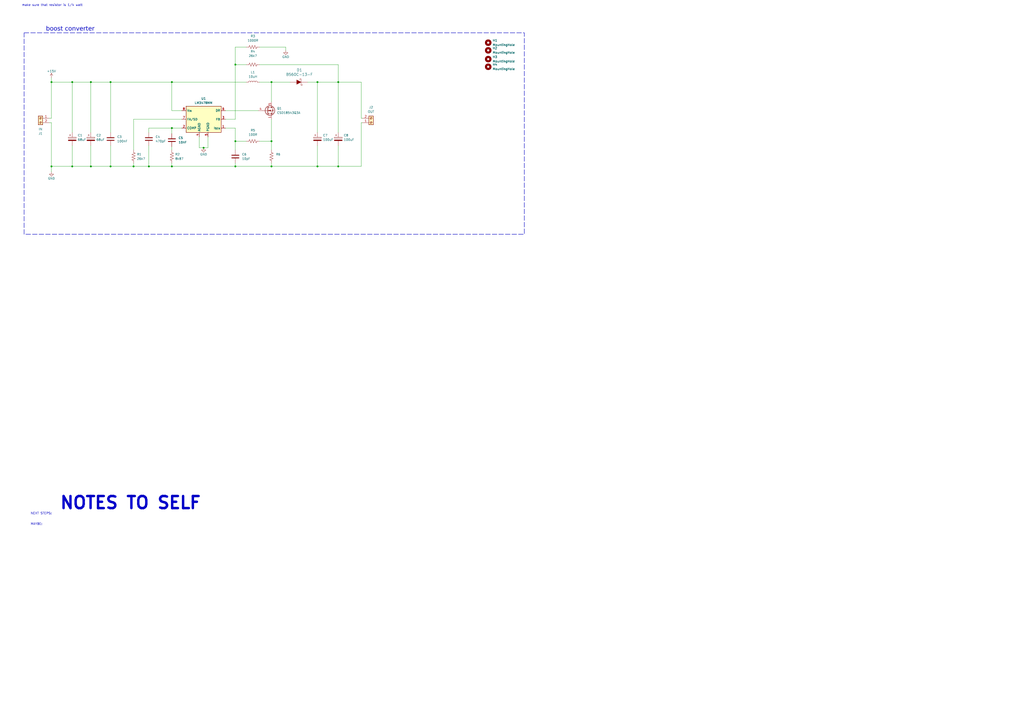
<source format=kicad_sch>
(kicad_sch (version 20230121) (generator eeschema)
  (paper "A2")
  (title_block (title "LINE 3.0 PCB") (date "2023-09-02") (rev "3.0") (company "Team Silverback"))
  (lib_symbols
    (symbol "Connector:Screw_Terminal_01x02" (pin_names (offset 1.016) hide)
      (property "Reference" "J" (at 0 2.54 0))
      (property "Value" "Screw_Terminal_01x02" (at 0 -5.08 0))
      (symbol "Screw_Terminal_01x02_1_1"
        (rectangle (start -1.27 1.27) (end 1.27 -3.81) (stroke (width 0.254)) (fill (type background)))
        (circle (center 0 -2.54) (radius 0.635) (stroke (width 0.1524)))
        (polyline (pts (xy -0.5334 -2.2098) (xy 0.3302 -3.048)) (stroke (width 0.1524)))
        (polyline (pts (xy -0.5334 0.3302) (xy 0.3302 -0.508)) (stroke (width 0.1524)))
        (polyline (pts (xy -0.3556 -2.032) (xy 0.508 -2.8702)) (stroke (width 0.1524)))
        (polyline (pts (xy -0.3556 0.508) (xy 0.508 -0.3302)) (stroke (width 0.1524)))
        (circle (center 0 0) (radius 0.635) (stroke (width 0.1524)))
        (pin passive line (at -5.08 0 0) (length 3.81) (name "Pin_1") (number "1"))
        (pin passive line (at -5.08 -2.54 0) (length 3.81) (name "Pin_2") (number "2"))
      )
    )
    (symbol "Device:C" (pin_numbers hide) (pin_names (offset 0.254))
      (property "Reference" "C" (at 0.635 2.54 0))
      (property "Value" "C" (at 0.635 -2.54 0))
      (symbol "C_0_1"
        (polyline (pts (xy -2.032 -0.762) (xy 2.032 -0.762)) (stroke (width 0.508)))
        (polyline (pts (xy -2.032 0.762) (xy 2.032 0.762)) (stroke (width 0.508)))
      )
      (symbol "C_1_1"
        (pin passive line (at 0 3.81 270) (length 2.794) (name "~") (number "1"))
        (pin passive line (at 0 -3.81 90) (length 2.794) (name "~") (number "2"))
      )
    )
    (symbol "Device:C_Polarized" (pin_numbers hide) (pin_names (offset 0.254))
      (property "Reference" "C" (at 0.635 2.54 0))
      (property "Value" "C_Polarized" (at 0.635 -2.54 0))
      (symbol "C_Polarized_0_1"
        (rectangle (start -2.286 0.508) (end 2.286 1.016))
        (polyline (pts (xy -1.778 2.286) (xy -0.762 2.286)))
        (polyline (pts (xy -1.27 2.794) (xy -1.27 1.778)))
        (rectangle (start 2.286 -0.508) (end -2.286 -1.016) (fill (type outline)))
      )
      (symbol "C_Polarized_1_1"
        (pin passive line (at 0 3.81 270) (length 2.794) (name "~") (number "1"))
        (pin passive line (at 0 -3.81 90) (length 2.794) (name "~") (number "2"))
      )
    )
    (symbol "Device:L" (pin_numbers hide) (pin_names (offset 1.016) hide)
      (property "Reference" "L" (at -1.27 0 90))
      (property "Value" "L" (at 1.905 0 90))
      (symbol "L_0_1"
        (arc (start 0 -2.54) (mid 0.6323 -1.905) (end 0 -1.27))
        (arc (start 0 -1.27) (mid 0.6323 -0.635) (end 0 0))
        (arc (start 0 0) (mid 0.6323 0.635) (end 0 1.27))
        (arc (start 0 1.27) (mid 0.6323 1.905) (end 0 2.54))
      )
      (symbol "L_1_1"
        (pin passive line (at 0 3.81 270) (length 1.27) (name "1") (number "1"))
        (pin passive line (at 0 -3.81 90) (length 1.27) (name "2") (number "2"))
      )
    )
    (symbol "Device:R_US" (pin_numbers hide) (pin_names (offset 0))
      (property "Reference" "R" (at 2.54 0 90))
      (property "Value" "R_US" (at -2.54 0 90))
      (symbol "R_US_0_1"
        (polyline (pts (xy 0 -2.286) (xy 0 -2.54)))
        (polyline (pts (xy 0 2.286) (xy 0 2.54)))
        (polyline (pts (xy 0 -0.762) (xy 1.016 -1.143) (xy 0 -1.524) (xy -1.016 -1.905) (xy 0 -2.286)))
        (polyline (pts (xy 0 0.762) (xy 1.016 0.381) (xy 0 0) (xy -1.016 -0.381) (xy 0 -0.762)))
        (polyline (pts (xy 0 2.286) (xy 1.016 1.905) (xy 0 1.524) (xy -1.016 1.143) (xy 0 0.762)))
      )
      (symbol "R_US_1_1"
        (pin passive line (at 0 3.81 270) (length 1.27) (name "~") (number "1"))
        (pin passive line (at 0 -3.81 90) (length 1.27) (name "~") (number "2"))
      )
    )
    (symbol "Mechanical:MountingHole" (pin_names (offset 1.016))
      (property "Reference" "H" (at 0 5.08 0))
      (property "Value" "MountingHole" (at 0 3.175 0))
      (symbol "MountingHole_0_1"
        (circle (center 0 0) (radius 1.27) (stroke (width 1.27)))
      )
    )
    (symbol "Regulator_Controller:LM3478MM"
      (property "Reference" "U" (at -9.525 8.89 0))
      (property "Value" "LM3478MM" (at 5.08 8.89 0))
      (symbol "LM3478MM_0_1"
        (rectangle (start -10.16 7.62) (end 10.16 -7.62) (stroke (width 0.254)) (fill (type background)))
      )
      (symbol "LM3478MM_1_1"
        (pin input line (at 12.7 -5.08 180) (length 2.54) (name "I_{SEN}") (number "1"))
        (pin input line (at -12.7 -5.08 0) (length 2.54) (name "COMP") (number "2"))
        (pin input line (at 12.7 0 180) (length 2.54) (name "FB") (number "3"))
        (pin power_in line (at -2.54 -10.16 90) (length 2.54) (name "AGND") (number "4"))
        (pin power_in line (at 2.54 -10.16 90) (length 2.54) (name "PGND") (number "5"))
        (pin output line (at 12.7 5.08 180) (length 2.54) (name "DR") (number "6"))
        (pin input line (at -12.7 0 0) (length 2.54) (name "FA/SD") (number "7"))
        (pin power_in line (at -12.7 5.08 0) (length 2.54) (name "V_{IN}") (number "8"))
      )
    )
    (symbol "Transistor_FET:CSD19537Q3" (pin_names hide)
      (property "Reference" "Q" (at 5.08 1.905 0))
      (property "Value" "CSD19537Q3" (at 5.08 0 0))
      (symbol "CSD19537Q3_0_1"
        (polyline (pts (xy 0.254 0) (xy -2.54 0)))
        (polyline (pts (xy 0.254 1.905) (xy 0.254 -1.905)) (stroke (width 0.254)))
        (polyline (pts (xy 0.762 -1.27) (xy 0.762 -2.286)) (stroke (width 0.254)))
        (polyline (pts (xy 0.762 0.508) (xy 0.762 -0.508)) (stroke (width 0.254)))
        (polyline (pts (xy 0.762 2.286) (xy 0.762 1.27)) (stroke (width 0.254)))
        (polyline (pts (xy 2.54 2.54) (xy 2.54 1.778)))
        (polyline (pts (xy 2.54 -2.54) (xy 2.54 0) (xy 0.762 0)))
        (polyline (pts (xy 0.762 -1.778) (xy 3.302 -1.778) (xy 3.302 1.778) (xy 0.762 1.778)))
        (polyline (pts (xy 1.016 0) (xy 2.032 0.381) (xy 2.032 -0.381) (xy 1.016 0)) (fill (type outline)))
        (polyline (pts (xy 2.794 0.508) (xy 2.921 0.381) (xy 3.683 0.381) (xy 3.81 0.254)))
        (polyline (pts (xy 3.302 0.381) (xy 2.921 -0.254) (xy 3.683 -0.254) (xy 3.302 0.381)))
        (circle (center 1.651 0) (radius 2.794) (stroke (width 0.254)))
        (circle (center 2.54 -1.778) (radius 0.254) (fill (type outline)))
        (circle (center 2.54 1.778) (radius 0.254) (fill (type outline)))
      )
      (symbol "CSD19537Q3_1_1"
        (pin passive line (at 2.54 -5.08 90) (length 2.54) (name "S") (number "1"))
        (pin passive line (at 2.54 -5.08 90) (length 2.54) hide (name "S") (number "2"))
        (pin passive line (at 2.54 -5.08 90) (length 2.54) hide (name "S") (number "3"))
        (pin passive line (at -5.08 0 0) (length 2.54) (name "G") (number "4"))
        (pin passive line (at 2.54 5.08 270) (length 2.54) (name "D") (number "5"))
      )
    )
    (symbol "dk_Diodes-Rectifiers-Single:B560C-13-F" (pin_numbers hide) (pin_names (offset 0) hide)
      (property "Reference" "D" (at 0 2.54 0))
      (property "Value" "B560C-13-F" (at 1.27 -3.81 0))
      (symbol "B560C-13-F_0_1"
        (polyline (pts (xy 1.27 1.27) (xy 1.27 -1.27)))
        (polyline (pts (xy -1.27 1.27) (xy -1.27 -1.27) (xy 1.27 0) (xy -1.27 1.27)) (fill (type outline)))
        (polyline (pts (xy 1.27 -1.27) (xy 1.27 -1.905) (xy 1.905 -1.905) (xy 1.905 -1.27)))
        (polyline (pts (xy 1.27 1.27) (xy 1.27 1.905) (xy 0.635 1.905) (xy 0.635 1.27)))
      )
      (symbol "B560C-13-F_1_1"
        (pin passive line (at -5.08 0 0) (length 3.81) (name "~") (number "A"))
        (pin passive line (at 5.08 0 180) (length 3.81) (name "~") (number "K"))
      )
    )
    (symbol "power:+15V" (power) (pin_names (offset 0))
      (property "Value" "+15V" (at 0 3.556 0))
      (symbol "+15V_0_1"
        (polyline (pts (xy -0.762 1.27) (xy 0 2.54)))
        (polyline (pts (xy 0 0) (xy 0 2.54)))
        (polyline (pts (xy 0 2.54) (xy 0.762 1.27)))
      )
      (symbol "+15V_1_1"
        (pin power_in line (at 0 0 90) (length 0) hide (name "+15V") (number "1"))
      )
    )
    (symbol "power:GND" (power) (pin_names (offset 0))
      (property "Value" "GND" (at 0 -3.81 0))
      (symbol "GND_0_1"
        (polyline (pts (xy 0 0) (xy 0 -1.27) (xy 1.27 -1.27) (xy 0 -2.54) (xy -1.27 -1.27) (xy 0 -1.27)))
      )
      (symbol "GND_1_1"
        (pin power_in line (at 0 0 270) (length 0) hide (name "GND") (number "1"))
      )
    )
  )
  (junction (at 99.695 74.295))
  (junction (at 64.135 47.625))
  (junction (at 29.845 96.52))
  (junction (at 184.15 96.52))
  (junction (at 52.705 96.52))
  (junction (at 29.845 47.625))
  (junction (at 196.215 96.52))
  (junction (at 99.695 96.52))
  (junction (at 86.36 96.52))
  (junction (at 184.15 47.625))
  (junction (at 136.525 96.52))
  (junction (at 136.525 37.465))
  (junction (at 41.91 47.625))
  (junction (at 196.215 47.625))
  (junction (at 157.48 96.52))
  (junction (at 99.695 47.625))
  (junction (at 118.11 85.725))
  (junction (at 136.525 81.915))
  (junction (at 41.91 96.52))
  (junction (at 52.705 47.625))
  (junction (at 64.135 96.52))
  (junction (at 157.48 81.915))
  (junction (at 77.47 96.52))
  (junction (at 157.48 47.625))
  (wire (pts (xy 77.47 96.52) (xy 86.36 96.52)))
  (wire (pts (xy 105.41 69.215) (xy 77.47 69.215)))
  (wire (pts (xy 115.57 85.725) (xy 118.11 85.725)))
  (wire (pts (xy 150.495 81.915) (xy 157.48 81.915)))
  (wire (pts (xy 29.845 45.085) (xy 29.845 47.625)))
  (wire (pts (xy 99.695 47.625) (xy 142.875 47.625)))
  (wire (pts (xy 184.15 96.52) (xy 157.48 96.52)))
  (wire (pts (xy 165.735 27.305) (xy 165.735 29.21)))
  (wire (pts (xy 99.695 47.625) (xy 64.135 47.625)))
  (wire (pts (xy 77.47 69.215) (xy 77.47 86.995)))
  (wire (pts (xy 41.91 84.455) (xy 41.91 96.52)))
  (wire (pts (xy 157.48 69.215) (xy 157.48 81.915)))
  (wire (pts (xy 99.695 85.09) (xy 99.695 86.995)))
  (wire (pts (xy 64.135 96.52) (xy 77.47 96.52)))
  (wire (pts (xy 52.705 47.625) (xy 41.91 47.625)))
  (wire (pts (xy 115.57 79.375) (xy 115.57 85.725)))
  (wire (pts (xy 210.185 71.12) (xy 209.55 71.12)))
  (wire (pts (xy 99.695 96.52) (xy 86.36 96.52)))
  (wire (pts (xy 157.48 47.625) (xy 150.495 47.625)))
  (wire (pts (xy 136.525 27.305) (xy 142.875 27.305)))
  (wire (pts (xy 86.36 84.455) (xy 86.36 96.52)))
  (wire (pts (xy 150.495 27.305) (xy 165.735 27.305)))
  (wire (pts (xy 41.91 96.52) (xy 52.705 96.52)))
  (wire (pts (xy 184.15 84.455) (xy 184.15 96.52)))
  (wire (pts (xy 196.215 96.52) (xy 184.15 96.52)))
  (wire (pts (xy 52.705 47.625) (xy 52.705 76.835)))
  (wire (pts (xy 28.575 71.12) (xy 29.845 71.12)))
  (wire (pts (xy 120.65 85.725) (xy 120.65 79.375)))
  (wire (pts (xy 130.81 69.215) (xy 136.525 69.215)))
  (wire (pts (xy 136.525 81.915) (xy 136.525 86.995)))
  (wire (pts (xy 52.705 84.455) (xy 52.705 96.52)))
  (wire (pts (xy 41.91 47.625) (xy 41.91 76.835)))
  (wire (pts (xy 29.845 71.12) (xy 29.845 96.52)))
  (wire (pts (xy 150.495 37.465) (xy 196.215 37.465)))
  (wire (pts (xy 209.55 96.52) (xy 196.215 96.52)))
  (wire (pts (xy 86.36 74.295) (xy 86.36 76.835)))
  (wire (pts (xy 157.48 47.625) (xy 157.48 59.055)))
  (wire (pts (xy 196.215 84.455) (xy 196.215 96.52)))
  (wire (pts (xy 118.11 85.725) (xy 120.65 85.725)))
  (wire (pts (xy 209.55 47.625) (xy 196.215 47.625)))
  (wire (pts (xy 178.435 47.625) (xy 184.15 47.625)))
  (wire (pts (xy 136.525 69.215) (xy 136.525 37.465)))
  (wire (pts (xy 209.55 68.58) (xy 209.55 47.625)))
  (wire (pts (xy 136.525 37.465) (xy 142.875 37.465)))
  (wire (pts (xy 142.875 81.915) (xy 136.525 81.915)))
  (wire (pts (xy 99.695 64.135) (xy 99.695 47.625)))
  (wire (pts (xy 99.695 74.295) (xy 105.41 74.295)))
  (wire (pts (xy 99.695 94.615) (xy 99.695 96.52)))
  (wire (pts (xy 52.705 96.52) (xy 64.135 96.52)))
  (wire (pts (xy 29.845 99.695) (xy 29.845 96.52)))
  (wire (pts (xy 64.135 84.455) (xy 64.135 96.52)))
  (wire (pts (xy 136.525 74.295) (xy 136.525 81.915)))
  (wire (pts (xy 29.845 96.52) (xy 41.91 96.52)))
  (wire (pts (xy 99.695 74.295) (xy 99.695 77.47)))
  (wire (pts (xy 99.695 74.295) (xy 86.36 74.295)))
  (wire (pts (xy 52.705 47.625) (xy 64.135 47.625)))
  (wire (pts (xy 105.41 64.135) (xy 99.695 64.135)))
  (wire (pts (xy 99.695 96.52) (xy 136.525 96.52)))
  (wire (pts (xy 136.525 96.52) (xy 157.48 96.52)))
  (wire (pts (xy 209.55 71.12) (xy 209.55 96.52)))
  (wire (pts (xy 184.15 76.835) (xy 184.15 47.625)))
  (wire (pts (xy 29.845 47.625) (xy 29.845 68.58)))
  (wire (pts (xy 77.47 94.615) (xy 77.47 96.52)))
  (wire (pts (xy 136.525 74.295) (xy 130.81 74.295)))
  (wire (pts (xy 130.81 64.135) (xy 149.86 64.135)))
  (wire (pts (xy 28.575 68.58) (xy 29.845 68.58)))
  (wire (pts (xy 196.215 76.835) (xy 196.215 47.625)))
  (wire (pts (xy 184.15 47.625) (xy 196.215 47.625)))
  (wire (pts (xy 64.135 47.625) (xy 64.135 76.835)))
  (wire (pts (xy 157.48 81.915) (xy 157.48 86.995)))
  (wire (pts (xy 29.845 47.625) (xy 41.91 47.625)))
  (wire (pts (xy 157.48 47.625) (xy 168.275 47.625)))
  (wire (pts (xy 196.215 37.465) (xy 196.215 47.625)))
  (wire (pts (xy 209.55 68.58) (xy 210.185 68.58)))
  (wire (pts (xy 157.48 94.615) (xy 157.48 96.52)))
  (wire (pts (xy 136.525 37.465) (xy 136.525 27.305)))
  (wire (pts (xy 136.525 94.615) (xy 136.525 96.52)))
  (rectangle (start 13.97 19.05) (end 304.165 135.89) (stroke (width 0.254) (type dash)))
  (text "NOTES TO SELF" (at 34.29 295.91 0) (effects (font (size 7 7) (thickness 1.4) bold) (justify left bottom)))
  (text "NEXT STEPS:\n\n\nMAYBE:\n" (at 17.78 304.8 0) (effects (font (size 1.27 1.27)) (justify left bottom)))
  (text "boost converter" (at 26.67 19.05 0) (effects (font (size 2.54 2.54)) (justify left bottom)))
  (text "make sure that resistor is 1/4 watt" (at 12.7 3.81 0) (effects (font (size 1.27 1.27)) (justify left bottom)))
  (symbol (lib_id "Device:R_US") (at 146.685 27.305 90) (unit 1)
    (property "Reference" "R3" (at 146.685 20.955 90))
    (property "Value" "1000R" (at 146.685 23.495 90))
    (property "Footprint" "Resistor_SMD:R_0402_1005Metric" (effects hide))
  )
  (symbol (lib_id "Connector:Screw_Terminal_01x02") (at 215.265 71.12 0) (mirror x) (unit 1)
    (property "Reference" "J2" (at 215.265 62.23 0))
    (property "Value" "OUT" (at 215.265 64.77 0))
    (property "Footprint" "TerminalBlock_Phoenix:TerminalBlock_Phoenix_MKDS-1,5-2-5.08_1x02_P5.08mm_Horizontal" (effects hide))
  )
  (symbol (lib_id "power:+15V") (at 29.845 45.085 0) (unit 1)
    (property "Reference" "#PWR01" (effects hide))
    (property "Value" "+15V" (at 29.845 41.275 0))
  )
  (symbol (lib_id "Device:R_US") (at 157.48 90.805 180) (unit 1)
    (property "Reference" "R6" (at 160.02 89.535 0) (effects (justify right)))
    (property "Value" "8mR" (effects hide))
    (property "Footprint" "Resistor_SMD:R_0612_1632Metric" (effects hide))
  )
  (symbol (lib_id "Device:C_Polarized") (at 196.215 80.645 0) (unit 1)
    (property "Reference" "C8" (at 199.39 78.486 0) (effects (justify left)))
    (property "Value" "100uF" (at 199.39 81.026 0) (effects (justify left)))
    (property "Footprint" "Capacitor_SMD:CP_Elec_10x10.5" (effects hide))
  )
  (symbol (lib_id "Transistor_FET:CSD19537Q3") (at 154.94 64.135 0) (unit 1)
    (property "Reference" "Q1" (at 160.655 62.865 0) (effects (justify left)))
    (property "Value" "CSD18543Q3A" (at 160.655 65.405 0) (effects (justify left)))
    (property "Footprint" "Package_SON:VSON-8_3.3x3.3mm_P0.65mm_NexFET" (effects hide))
    (property "Datasheet" "http://www.ti.com/lit/ds/symlink/csd19537q3.pdf" (effects hide))
  )
  (symbol (lib_id "Mechanical:MountingHole") (at 283.21 34.29 0) (unit 1)
    (property "Reference" "H3" (at 285.75 33.02 0) (effects (justify left)))
    (property "Value" "MountingHole" (at 285.75 35.56 0) (effects (justify left)))
    (property "Footprint" "MountingHole:MountingHole_3.2mm_M3" (effects hide))
  )
  (symbol (lib_id "Device:C") (at 99.695 81.28 0) (unit 1)
    (property "Reference" "C5" (at 103.505 80.01 0) (effects (justify left)))
    (property "Value" "10nF" (at 103.505 82.55 0) (effects (justify left)))
    (property "Footprint" "Capacitor_SMD:C_0402_1005Metric" (effects hide))
  )
  (symbol (lib_id "Device:C") (at 86.36 80.645 0) (unit 1)
    (property "Reference" "C4" (at 90.17 79.375 0) (effects (justify left)))
    (property "Value" "470pF" (at 90.17 81.915 0) (effects (justify left)))
    (property "Footprint" "Capacitor_SMD:C_0805_2012Metric" (effects hide))
  )
  (symbol (lib_id "Device:R_US") (at 77.47 90.805 0) (unit 1)
    (property "Reference" "R1" (at 79.375 89.535 0) (effects (justify left)))
    (property "Value" "26k7" (at 79.375 92.075 0) (effects (justify left)))
    (property "Footprint" "Resistor_SMD:R_0402_1005Metric" (effects hide))
  )
  (symbol (lib_id "Device:C") (at 64.135 80.645 0) (unit 1)
    (property "Reference" "C3" (at 67.945 79.375 0) (effects (justify left)))
    (property "Value" "100nF" (at 67.945 81.915 0) (effects (justify left)))
    (property "Footprint" "Capacitor_SMD:C_0805_2012Metric" (effects hide))
  )
  (symbol (lib_id "Device:C_Polarized") (at 52.705 80.645 0) (unit 1)
    (property "Reference" "C2" (at 55.88 78.486 0) (effects (justify left)))
    (property "Value" "68uF" (at 55.88 81.026 0) (effects (justify left)))
    (property "Footprint" "Capacitor_SMD:CP_Elec_6.3x7.7" (effects hide))
  )
  (symbol (lib_id "Device:R_US") (at 99.695 90.805 0) (unit 1)
    (property "Reference" "R2" (at 101.6 89.535 0) (effects (justify left)))
    (property "Value" "8k87" (at 101.6 92.075 0) (effects (justify left)))
    (property "Footprint" "Resistor_SMD:R_0402_1005Metric" (effects hide))
  )
  (symbol (lib_id "Regulator_Controller:LM3478MM") (at 118.11 69.215 0) (unit 1)
    (property "Reference" "U1" (at 118.11 57.15 0))
    (property "Value" "LM3478MM" (at 118.11 59.69 0))
    (property "Footprint" "Package_SO:VSSOP-8_3.0x3.0mm_P0.65mm" (effects hide))
    (property "Datasheet" "https://www.ti.com/lit/gpn/lm3478" (effects hide))
  )
  (symbol (lib_id "Mechanical:MountingHole") (at 283.21 24.765 0) (unit 1)
    (property "Reference" "H1" (at 285.75 23.495 0) (effects (justify left)))
    (property "Value" "MountingHole" (at 285.75 26.035 0) (effects (justify left)))
    (property "Footprint" "MountingHole:MountingHole_3.2mm_M3" (effects hide))
  )
  (symbol (lib_id "power:GND") (at 118.11 85.725 0) (unit 1)
    (property "Reference" "#PWR03" (effects hide))
    (property "Value" "GND" (at 118.11 89.535 0))
  )
  (symbol (lib_id "Device:R_US") (at 146.685 81.915 90) (unit 1)
    (property "Reference" "R5" (at 146.685 75.565 90))
    (property "Value" "100R" (at 146.685 78.105 90))
    (property "Footprint" "Resistor_SMD:R_0402_1005Metric" (effects hide))
  )
  (symbol (lib_id "dk_Diodes-Rectifiers-Single:B560C-13-F") (at 173.355 47.625 0) (unit 1)
    (property "Reference" "D1" (at 173.6725 40.64 0) (effects (font (size 1.524 1.524))))
    (property "Value" "B560C-13-F" (at 173.6725 43.18 0) (effects (font (size 1.524 1.524))))
    (property "Footprint" "digikey-footprints:DO-214AB" (effects hide))
    (property "Datasheet" "https://www.diodes.com/assets/Datasheets/ds13012.pdf" (effects hide))
    (property "Digi-Key_PN" "B560C-FDICT-ND" (effects hide))
    (property "MPN" "B560C-13-F" (effects hide))
    (property "Category" "Discrete Semiconductor Products" (effects hide))
    (property "Family" "Diodes - Rectifiers - Single" (effects hide))
    (property "DK_Datasheet_Link" "https://www.diodes.com/assets/Datasheets/ds13012.pdf" (effects hide))
    (property "DK_Detail_Page" "/product-detail/en/diodes-incorporated/B560C-13-F/B560C-FDICT-ND/768816" (effects hide))
    (property "Description" "DIODE SCHOTTKY 60V 5A SMC" (effects hide))
    (property "Manufacturer" "Diodes Incorporated" (effects hide))
    (property "Status" "Active" (effects hide))
  )
  (symbol (lib_id "Device:C_Polarized") (at 184.15 80.645 0) (unit 1)
    (property "Reference" "C7" (at 187.325 78.486 0) (effects (justify left)))
    (property "Value" "100uF" (at 187.325 81.026 0) (effects (justify left)))
    (property "Footprint" "Capacitor_SMD:CP_Elec_10x10.5" (effects hide))
  )
  (symbol (lib_id "Connector:Screw_Terminal_01x02") (at 23.495 68.58 0) (mirror y) (unit 1)
    (property "Reference" "J1" (at 23.495 77.47 0))
    (property "Value" "IN" (at 23.495 74.93 0))
    (property "Footprint" "TerminalBlock_Phoenix:TerminalBlock_Phoenix_MKDS-1,5-2-5.08_1x02_P5.08mm_Horizontal" (effects hide))
  )
  (symbol (lib_id "Device:C_Polarized") (at 41.91 80.645 0) (unit 1)
    (property "Reference" "C1" (at 45.085 78.486 0) (effects (justify left)))
    (property "Value" "68uF" (at 45.085 81.026 0) (effects (justify left)))
    (property "Footprint" "Capacitor_SMD:CP_Elec_6.3x7.7" (effects hide))
  )
  (symbol (lib_id "Mechanical:MountingHole") (at 283.21 38.735 0) (unit 1)
    (property "Reference" "H4" (at 285.75 37.465 0) (effects (justify left)))
    (property "Value" "MountingHole" (at 285.75 40.005 0) (effects (justify left)))
    (property "Footprint" "MountingHole:MountingHole_3.2mm_M3" (effects hide))
  )
  (symbol (lib_id "power:GND") (at 165.735 29.21 0) (unit 1)
    (property "Reference" "#PWR04" (effects hide))
    (property "Value" "GND" (at 165.735 33.02 0))
  )
  (symbol (lib_id "Device:L") (at 146.685 47.625 90) (unit 1)
    (property "Reference" "L1" (at 146.685 41.91 90))
    (property "Value" "10uH" (at 146.685 44.45 90))
    (property "Footprint" "Inductor_SMD:L_12x12mm_H8mm" (effects hide))
  )
  (symbol (lib_id "Mechanical:MountingHole") (at 283.21 29.21 0) (unit 1)
    (property "Reference" "H2" (at 285.75 27.94 0) (effects (justify left)))
    (property "Value" "MountingHole" (at 285.75 30.48 0) (effects (justify left)))
    (property "Footprint" "MountingHole:MountingHole_3.2mm_M3" (effects hide))
  )
  (symbol (lib_id "Device:R_US") (at 146.685 37.465 90) (unit 1)
    (property "Reference" "R4" (at 146.685 29.845 90))
    (property "Value" "26k7" (at 146.685 32.385 90))
    (property "Footprint" "Resistor_SMD:R_0402_1005Metric" (effects hide))
  )
  (symbol (lib_id "power:GND") (at 29.845 99.695 0) (unit 1)
    (property "Reference" "#PWR02" (effects hide))
    (property "Value" "GND" (at 29.845 103.505 0))
  )
  (symbol (lib_id "Device:C") (at 136.525 90.805 0) (unit 1)
    (property "Reference" "C6" (at 140.335 89.535 0) (effects (justify left)))
    (property "Value" "10pF" (at 140.335 92.075 0) (effects (justify left)))
    (property "Footprint" "Capacitor_SMD:C_0805_2012Metric" (effects hide))
  )
)
</source>
